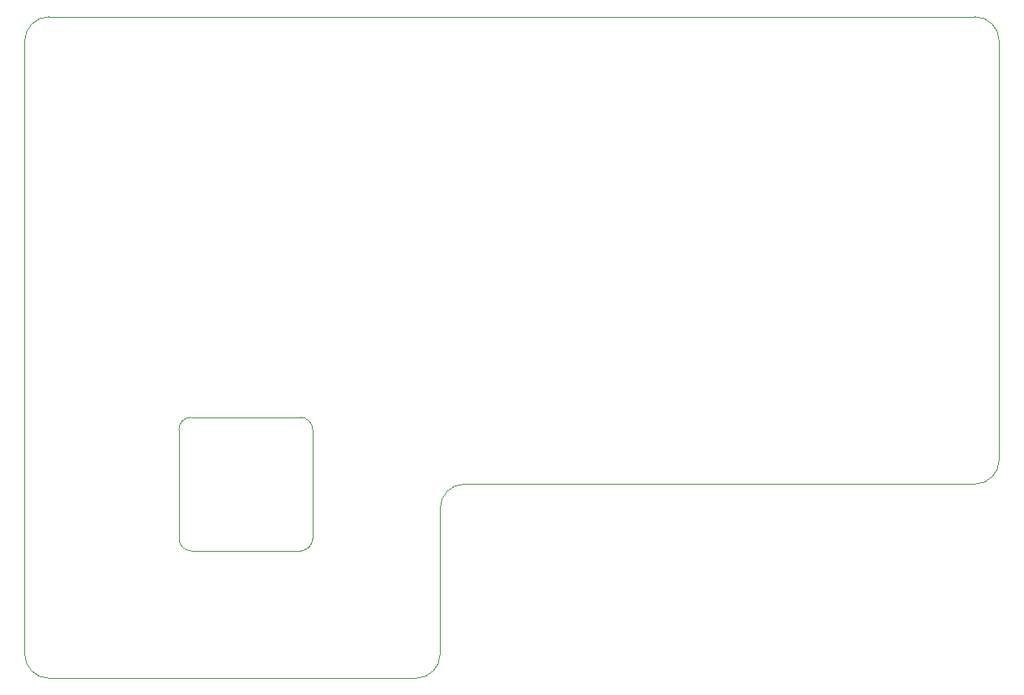
<source format=gbr>
%TF.GenerationSoftware,KiCad,Pcbnew,(5.1.6)-1*%
%TF.CreationDate,2020-12-02T16:58:09+00:00*%
%TF.ProjectId,A600 68k PLCC to DIP64 v2,41363030-2036-4386-9b20-504c43432074,1*%
%TF.SameCoordinates,Original*%
%TF.FileFunction,Profile,NP*%
%FSLAX46Y46*%
G04 Gerber Fmt 4.6, Leading zero omitted, Abs format (unit mm)*
G04 Created by KiCad (PCBNEW (5.1.6)-1) date 2020-12-02 16:58:09*
%MOMM*%
%LPD*%
G01*
G04 APERTURE LIST*
%TA.AperFunction,Profile*%
%ADD10C,0.050000*%
%TD*%
G04 APERTURE END LIST*
D10*
X108966000Y-144780000D02*
G75*
G02*
X106426000Y-142240000I0J2540000D01*
G01*
X106426000Y-78105000D02*
X106426000Y-142240000D01*
X123825000Y-117475000D02*
X135255000Y-117475000D01*
X135255000Y-117475000D02*
G75*
G02*
X136525000Y-118745000I0J-1270000D01*
G01*
X208280000Y-78105000D02*
X208280000Y-121920000D01*
X108966000Y-75565000D02*
X205740000Y-75565000D01*
X149860000Y-127000000D02*
G75*
G02*
X152400000Y-124460000I2540000J0D01*
G01*
X208280000Y-121920000D02*
G75*
G02*
X205740000Y-124460000I-2540000J0D01*
G01*
X205740000Y-75565000D02*
G75*
G02*
X208280000Y-78105000I0J-2540000D01*
G01*
X106426000Y-78105000D02*
G75*
G02*
X108966000Y-75565000I2540000J0D01*
G01*
X149860000Y-142240000D02*
G75*
G02*
X147320000Y-144780000I-2540000J0D01*
G01*
X123825000Y-131445000D02*
G75*
G02*
X122555000Y-130175000I0J1270000D01*
G01*
X136525000Y-130175000D02*
G75*
G02*
X135255000Y-131445000I-1270000J0D01*
G01*
X122555000Y-118745000D02*
G75*
G02*
X123825000Y-117475000I1270000J0D01*
G01*
X122555000Y-130175000D02*
X122555000Y-118745000D01*
X135255000Y-131445000D02*
X123825000Y-131445000D01*
X136525000Y-118745000D02*
X136525000Y-130175000D01*
X152400000Y-124460000D02*
X205740000Y-124460000D01*
X149860000Y-127000000D02*
X149860000Y-142240000D01*
X147320000Y-144780000D02*
X108966000Y-144780000D01*
M02*

</source>
